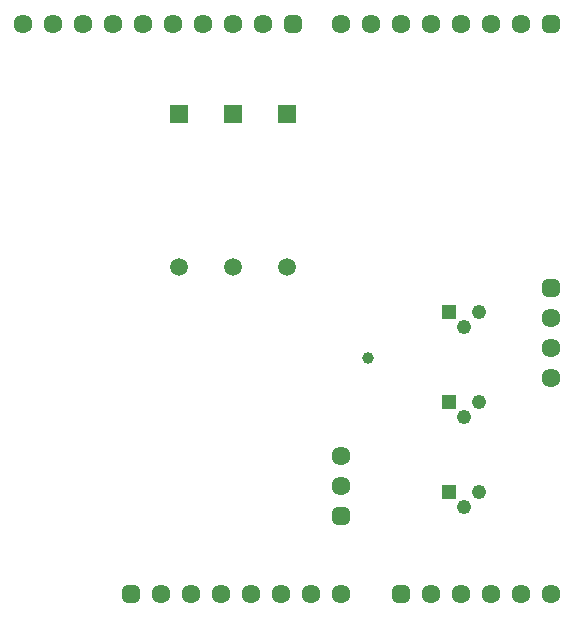
<source format=gbr>
G04 Generated by Ultiboard 14.1 *
%FSLAX34Y34*%
%MOMM*%

%ADD10C,0.0001*%
%ADD11C,1.6088*%
%ADD12R,0.5291X0.5291*%
%ADD13C,0.9949*%
%ADD14C,1.0000*%
%ADD15C,1.5000*%
%ADD16R,1.5000X1.5000*%
%ADD17C,1.2446*%
%ADD18R,1.2446X1.2446*%


G04 ColorRGB FF00CC for the following layer *
%LNSolder Mask Top*%
%LPD*%
G54D10*
G54D11*
X457200Y25400D03*
X330200Y25400D03*
X304800Y25400D03*
X355600Y25400D03*
X406400Y25400D03*
X381000Y25400D03*
X431800Y25400D03*
X533400Y25400D03*
X558800Y25400D03*
X609600Y25400D03*
X584200Y25400D03*
X635000Y25400D03*
X340360Y508000D03*
X365760Y508000D03*
X391160Y508000D03*
X289560Y508000D03*
X314960Y508000D03*
X264160Y508000D03*
X213360Y508000D03*
X238760Y508000D03*
X187960Y508000D03*
X457200Y508000D03*
X584200Y508000D03*
X609600Y508000D03*
X558800Y508000D03*
X508000Y508000D03*
X533400Y508000D03*
X482600Y508000D03*
X457200Y116840D03*
X457200Y142240D03*
X635000Y233680D03*
X635000Y259080D03*
X635000Y208280D03*
G54D12*
X279400Y25400D03*
X508000Y25400D03*
X416560Y508000D03*
X635000Y508000D03*
X457200Y91440D03*
X635000Y284480D03*
G54D13*
X276755Y22755D02*
X282045Y22755D01*
X282045Y28045D01*
X276755Y28045D01*
X276755Y22755D01*D02*
X505355Y22755D02*
X510645Y22755D01*
X510645Y28045D01*
X505355Y28045D01*
X505355Y22755D01*D02*
X413915Y505355D02*
X419205Y505355D01*
X419205Y510645D01*
X413915Y510645D01*
X413915Y505355D01*D02*
X632355Y505355D02*
X637645Y505355D01*
X637645Y510645D01*
X632355Y510645D01*
X632355Y505355D01*D02*
X454555Y88795D02*
X459845Y88795D01*
X459845Y94085D01*
X454555Y94085D01*
X454555Y88795D01*D02*
X632355Y281835D02*
X637645Y281835D01*
X637645Y287125D01*
X632355Y287125D01*
X632355Y281835D01*D02*
G54D14*
X480000Y225000D03*
G54D15*
X320040Y301800D03*
X365760Y301800D03*
X411480Y301800D03*
G54D16*
X320040Y431800D03*
X365760Y431800D03*
X411480Y431800D03*
G54D17*
X574040Y187960D03*
X561340Y175260D03*
X574040Y111760D03*
X561340Y99060D03*
X574040Y264160D03*
X561340Y251460D03*
G54D18*
X548640Y187960D03*
X548640Y111760D03*
X548640Y264160D03*

M02*

</source>
